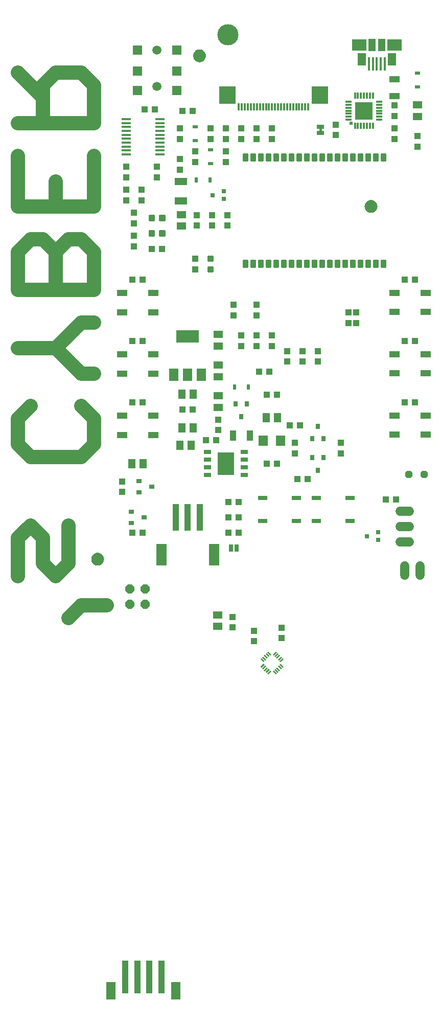
<source format=gbr>
G04 EAGLE Gerber RS-274X export*
G75*
%MOMM*%
%FSLAX34Y34*%
%LPD*%
%INSoldermask Bottom*%
%IPPOS*%
%AMOC8*
5,1,8,0,0,1.08239X$1,22.5*%
G01*
%ADD10C,3.500000*%
%ADD11C,2.387600*%
%ADD12R,1.050000X0.400000*%
%ADD13R,0.500000X0.500000*%
%ADD14R,3.000000X3.000000*%
%ADD15R,0.400000X1.050000*%
%ADD16R,1.150000X2.100000*%
%ADD17R,0.450000X2.300000*%
%ADD18R,2.375000X1.900000*%
%ADD19R,1.475000X2.100000*%
%ADD20R,1.500000X1.300000*%
%ADD21R,1.800000X1.000000*%
%ADD22R,0.830000X0.630000*%
%ADD23R,0.800000X0.900000*%
%ADD24R,1.100000X1.000000*%
%ADD25R,1.000000X1.100000*%
%ADD26R,0.700000X0.700000*%
%ADD27R,0.630000X0.830000*%
%ADD28R,1.300000X1.500000*%
%ADD29R,2.700000X3.000000*%
%ADD30R,0.300000X1.200000*%
%ADD31R,2.000000X1.200000*%
%ADD32R,1.500000X2.000000*%
%ADD33R,3.800000X2.000000*%
%ADD34C,0.300000*%
%ADD35R,1.651000X1.000000*%
%ADD36R,0.900000X0.800000*%
%ADD37R,1.000000X1.800000*%
%ADD38R,1.000000X4.500000*%
%ADD39R,1.700000X3.600000*%
%ADD40R,1.524000X0.762000*%
%ADD41R,1.270000X0.760000*%
%ADD42R,2.700000X3.700000*%
%ADD43R,0.635000X1.270000*%
%ADD44R,0.254000X0.711200*%
%ADD45R,1.600000X1.803000*%
%ADD46C,0.465000*%
%ADD47R,1.600000X0.300000*%
%ADD48C,1.500000*%
%ADD49R,1.500000X1.500000*%
%ADD50R,1.270000X0.635000*%
%ADD51C,1.524000*%
%ADD52P,1.319650X8X22.500000*%
%ADD53P,1.649562X8X292.500000*%
%ADD54R,1.000000X5.500000*%
%ADD55R,1.600000X3.000000*%

G36*
X444872Y1645120D02*
X444872Y1645120D01*
X444915Y1645132D01*
X444981Y1645139D01*
X446664Y1645590D01*
X446705Y1645609D01*
X446768Y1645628D01*
X448348Y1646365D01*
X448385Y1646391D01*
X448444Y1646420D01*
X449872Y1647420D01*
X449903Y1647452D01*
X449956Y1647491D01*
X451189Y1648724D01*
X451214Y1648760D01*
X451260Y1648808D01*
X452260Y1650236D01*
X452278Y1650277D01*
X452315Y1650332D01*
X453052Y1651912D01*
X453063Y1651955D01*
X453090Y1652016D01*
X453541Y1653699D01*
X453543Y1653730D01*
X453550Y1653752D01*
X453550Y1653767D01*
X453560Y1653808D01*
X453712Y1655545D01*
X453708Y1655589D01*
X453712Y1655655D01*
X453560Y1657392D01*
X453548Y1657435D01*
X453541Y1657501D01*
X453090Y1659184D01*
X453071Y1659225D01*
X453052Y1659288D01*
X452315Y1660868D01*
X452289Y1660905D01*
X452260Y1660964D01*
X451260Y1662392D01*
X451228Y1662423D01*
X451189Y1662476D01*
X449956Y1663709D01*
X449920Y1663734D01*
X449872Y1663780D01*
X448444Y1664780D01*
X448403Y1664798D01*
X448348Y1664835D01*
X446768Y1665572D01*
X446725Y1665583D01*
X446664Y1665610D01*
X444981Y1666061D01*
X444936Y1666064D01*
X444872Y1666080D01*
X443135Y1666232D01*
X443091Y1666228D01*
X443025Y1666232D01*
X441288Y1666080D01*
X441245Y1666068D01*
X441179Y1666061D01*
X439496Y1665610D01*
X439455Y1665591D01*
X439392Y1665572D01*
X437812Y1664835D01*
X437775Y1664809D01*
X437716Y1664780D01*
X436288Y1663780D01*
X436257Y1663748D01*
X436204Y1663709D01*
X434971Y1662476D01*
X434946Y1662440D01*
X434900Y1662392D01*
X433900Y1660964D01*
X433882Y1660923D01*
X433845Y1660868D01*
X433108Y1659288D01*
X433097Y1659245D01*
X433070Y1659184D01*
X432619Y1657501D01*
X432616Y1657456D01*
X432600Y1657392D01*
X432448Y1655655D01*
X432452Y1655611D01*
X432448Y1655545D01*
X432600Y1653808D01*
X432612Y1653765D01*
X432616Y1653731D01*
X432616Y1653715D01*
X432618Y1653710D01*
X432619Y1653699D01*
X433070Y1652016D01*
X433089Y1651975D01*
X433108Y1651912D01*
X433845Y1650332D01*
X433871Y1650295D01*
X433900Y1650236D01*
X434900Y1648808D01*
X434932Y1648777D01*
X434971Y1648724D01*
X436204Y1647491D01*
X436240Y1647466D01*
X436288Y1647420D01*
X437716Y1646420D01*
X437757Y1646402D01*
X437812Y1646365D01*
X439392Y1645628D01*
X439435Y1645617D01*
X439496Y1645590D01*
X441179Y1645139D01*
X441224Y1645136D01*
X441288Y1645120D01*
X443025Y1644968D01*
X443069Y1644972D01*
X443135Y1644968D01*
X444872Y1645120D01*
G37*
G36*
X729102Y1395610D02*
X729102Y1395610D01*
X729145Y1395622D01*
X729211Y1395629D01*
X730894Y1396080D01*
X730935Y1396099D01*
X730998Y1396118D01*
X732578Y1396855D01*
X732615Y1396881D01*
X732674Y1396910D01*
X734102Y1397910D01*
X734133Y1397942D01*
X734186Y1397981D01*
X735419Y1399214D01*
X735444Y1399250D01*
X735490Y1399298D01*
X736490Y1400726D01*
X736508Y1400767D01*
X736545Y1400822D01*
X737282Y1402402D01*
X737293Y1402445D01*
X737320Y1402506D01*
X737771Y1404189D01*
X737773Y1404220D01*
X737780Y1404242D01*
X737780Y1404257D01*
X737790Y1404298D01*
X737942Y1406035D01*
X737938Y1406079D01*
X737942Y1406145D01*
X737790Y1407882D01*
X737778Y1407925D01*
X737771Y1407991D01*
X737320Y1409674D01*
X737301Y1409715D01*
X737282Y1409778D01*
X736545Y1411358D01*
X736519Y1411395D01*
X736490Y1411454D01*
X735490Y1412882D01*
X735458Y1412913D01*
X735419Y1412966D01*
X734186Y1414199D01*
X734150Y1414224D01*
X734102Y1414270D01*
X732674Y1415270D01*
X732633Y1415288D01*
X732578Y1415325D01*
X730998Y1416062D01*
X730955Y1416073D01*
X730894Y1416100D01*
X729211Y1416551D01*
X729166Y1416554D01*
X729102Y1416570D01*
X727365Y1416722D01*
X727321Y1416718D01*
X727255Y1416722D01*
X725518Y1416570D01*
X725475Y1416558D01*
X725409Y1416551D01*
X723726Y1416100D01*
X723685Y1416081D01*
X723622Y1416062D01*
X722042Y1415325D01*
X722005Y1415299D01*
X721946Y1415270D01*
X720518Y1414270D01*
X720487Y1414238D01*
X720434Y1414199D01*
X719201Y1412966D01*
X719176Y1412930D01*
X719130Y1412882D01*
X718130Y1411454D01*
X718112Y1411413D01*
X718075Y1411358D01*
X717338Y1409778D01*
X717327Y1409735D01*
X717300Y1409674D01*
X716849Y1407991D01*
X716846Y1407946D01*
X716830Y1407882D01*
X716678Y1406145D01*
X716682Y1406101D01*
X716678Y1406035D01*
X716830Y1404298D01*
X716842Y1404255D01*
X716846Y1404221D01*
X716846Y1404205D01*
X716848Y1404200D01*
X716849Y1404189D01*
X717300Y1402506D01*
X717319Y1402465D01*
X717338Y1402402D01*
X718075Y1400822D01*
X718101Y1400785D01*
X718130Y1400726D01*
X719130Y1399298D01*
X719162Y1399267D01*
X719201Y1399214D01*
X720434Y1397981D01*
X720470Y1397956D01*
X720518Y1397910D01*
X721946Y1396910D01*
X721987Y1396892D01*
X722042Y1396855D01*
X723622Y1396118D01*
X723665Y1396107D01*
X723726Y1396080D01*
X725409Y1395629D01*
X725454Y1395626D01*
X725518Y1395610D01*
X727255Y1395458D01*
X727299Y1395462D01*
X727365Y1395458D01*
X729102Y1395610D01*
G37*
G36*
X276172Y811420D02*
X276172Y811420D01*
X276215Y811432D01*
X276281Y811439D01*
X277964Y811890D01*
X278005Y811909D01*
X278068Y811928D01*
X279648Y812665D01*
X279685Y812691D01*
X279744Y812720D01*
X281172Y813720D01*
X281203Y813752D01*
X281256Y813791D01*
X282489Y815024D01*
X282514Y815060D01*
X282560Y815108D01*
X283560Y816536D01*
X283578Y816577D01*
X283615Y816632D01*
X284352Y818212D01*
X284363Y818255D01*
X284390Y818316D01*
X284841Y819999D01*
X284843Y820030D01*
X284850Y820052D01*
X284850Y820067D01*
X284860Y820108D01*
X285012Y821845D01*
X285008Y821889D01*
X285012Y821955D01*
X284860Y823692D01*
X284848Y823735D01*
X284841Y823801D01*
X284390Y825484D01*
X284371Y825525D01*
X284352Y825588D01*
X283615Y827168D01*
X283589Y827205D01*
X283560Y827264D01*
X282560Y828692D01*
X282528Y828723D01*
X282489Y828776D01*
X281256Y830009D01*
X281220Y830034D01*
X281172Y830080D01*
X279744Y831080D01*
X279703Y831098D01*
X279648Y831135D01*
X278068Y831872D01*
X278025Y831883D01*
X277964Y831910D01*
X276281Y832361D01*
X276236Y832364D01*
X276172Y832380D01*
X274435Y832532D01*
X274391Y832528D01*
X274325Y832532D01*
X272588Y832380D01*
X272545Y832368D01*
X272479Y832361D01*
X270796Y831910D01*
X270755Y831891D01*
X270692Y831872D01*
X269112Y831135D01*
X269075Y831109D01*
X269016Y831080D01*
X267588Y830080D01*
X267557Y830048D01*
X267504Y830009D01*
X266271Y828776D01*
X266246Y828740D01*
X266200Y828692D01*
X265200Y827264D01*
X265182Y827223D01*
X265145Y827168D01*
X264408Y825588D01*
X264397Y825545D01*
X264370Y825484D01*
X263919Y823801D01*
X263916Y823756D01*
X263900Y823692D01*
X263748Y821955D01*
X263752Y821911D01*
X263748Y821845D01*
X263900Y820108D01*
X263912Y820065D01*
X263916Y820031D01*
X263916Y820015D01*
X263918Y820010D01*
X263919Y819999D01*
X264370Y818316D01*
X264389Y818275D01*
X264408Y818212D01*
X265145Y816632D01*
X265171Y816595D01*
X265200Y816536D01*
X266200Y815108D01*
X266232Y815077D01*
X266271Y815024D01*
X267504Y813791D01*
X267540Y813766D01*
X267588Y813720D01*
X269016Y812720D01*
X269057Y812702D01*
X269112Y812665D01*
X270692Y811928D01*
X270735Y811917D01*
X270796Y811890D01*
X272479Y811439D01*
X272524Y811436D01*
X272588Y811420D01*
X274325Y811268D01*
X274369Y811272D01*
X274435Y811268D01*
X276172Y811420D01*
G37*
G36*
X645185Y1530382D02*
X645185Y1530382D01*
X645251Y1530384D01*
X645294Y1530402D01*
X645341Y1530410D01*
X645398Y1530444D01*
X645458Y1530469D01*
X645493Y1530500D01*
X645534Y1530525D01*
X645576Y1530576D01*
X645624Y1530620D01*
X645646Y1530662D01*
X645675Y1530699D01*
X645696Y1530761D01*
X645727Y1530820D01*
X645735Y1530874D01*
X645747Y1530911D01*
X645746Y1530951D01*
X645754Y1531005D01*
X645754Y1534815D01*
X645743Y1534880D01*
X645741Y1534946D01*
X645723Y1534989D01*
X645715Y1535036D01*
X645681Y1535093D01*
X645656Y1535153D01*
X645625Y1535188D01*
X645600Y1535229D01*
X645549Y1535271D01*
X645505Y1535319D01*
X645463Y1535341D01*
X645426Y1535370D01*
X645364Y1535391D01*
X645305Y1535422D01*
X645251Y1535430D01*
X645214Y1535442D01*
X645174Y1535441D01*
X645120Y1535449D01*
X642580Y1535449D01*
X642515Y1535438D01*
X642449Y1535436D01*
X642406Y1535418D01*
X642359Y1535410D01*
X642302Y1535376D01*
X642242Y1535351D01*
X642207Y1535320D01*
X642166Y1535295D01*
X642125Y1535244D01*
X642076Y1535200D01*
X642054Y1535158D01*
X642025Y1535121D01*
X642004Y1535059D01*
X641973Y1535000D01*
X641965Y1534946D01*
X641953Y1534909D01*
X641953Y1534905D01*
X641953Y1534904D01*
X641954Y1534869D01*
X641946Y1534815D01*
X641946Y1531005D01*
X641957Y1530940D01*
X641959Y1530874D01*
X641977Y1530831D01*
X641985Y1530784D01*
X642019Y1530727D01*
X642044Y1530667D01*
X642075Y1530632D01*
X642100Y1530591D01*
X642151Y1530550D01*
X642195Y1530501D01*
X642237Y1530479D01*
X642274Y1530450D01*
X642336Y1530429D01*
X642395Y1530398D01*
X642449Y1530390D01*
X642486Y1530378D01*
X642526Y1530379D01*
X642580Y1530371D01*
X645120Y1530371D01*
X645185Y1530382D01*
G37*
D10*
X490000Y1690000D03*
D11*
X247131Y1075502D02*
X268170Y1054464D01*
X268170Y1012386D01*
X247131Y991348D01*
X162977Y991348D01*
X141938Y1012386D01*
X141938Y1054464D01*
X162977Y1075502D01*
X247131Y1129466D02*
X268170Y1129466D01*
X247131Y1129466D02*
X205054Y1171543D01*
X247131Y1213620D01*
X268170Y1213620D01*
X205054Y1171543D02*
X141938Y1171543D01*
X141938Y1267584D02*
X268170Y1267584D01*
X268170Y1330700D01*
X247131Y1351738D01*
X226093Y1351738D01*
X205054Y1330700D01*
X184015Y1351738D01*
X162977Y1351738D01*
X141938Y1330700D01*
X141938Y1267584D01*
X205054Y1267584D02*
X205054Y1330700D01*
X268170Y1405702D02*
X268170Y1489856D01*
X268170Y1405702D02*
X141938Y1405702D01*
X141938Y1489856D01*
X205054Y1447779D02*
X205054Y1405702D01*
X141938Y1543820D02*
X268170Y1543820D01*
X268170Y1606936D01*
X247131Y1627974D01*
X205054Y1627974D01*
X184015Y1606936D01*
X184015Y1543820D01*
X184015Y1585897D02*
X141938Y1627974D01*
X247131Y745800D02*
X289209Y745800D01*
X247131Y745800D02*
X226093Y724761D01*
X141938Y793820D02*
X141938Y856936D01*
X162977Y877975D01*
X184015Y856936D01*
X184015Y814859D01*
X205054Y793820D01*
X226093Y814859D01*
X226093Y877975D01*
D12*
X690370Y1549680D03*
D13*
X694595Y1543655D03*
D12*
X690370Y1554680D03*
D14*
X715620Y1564680D03*
D12*
X690370Y1559680D03*
X690370Y1564680D03*
X690370Y1569680D03*
X690370Y1574680D03*
X690370Y1579680D03*
D15*
X730620Y1539430D03*
X725620Y1539430D03*
X720620Y1539430D03*
X715620Y1539430D03*
X710620Y1539430D03*
X705620Y1539430D03*
X700620Y1539430D03*
X700620Y1589930D03*
X705620Y1589930D03*
X710620Y1589930D03*
X715620Y1589930D03*
X720620Y1589930D03*
X725620Y1589930D03*
X730620Y1589930D03*
D12*
X740870Y1579680D03*
X740870Y1574680D03*
X740870Y1569680D03*
X740870Y1564680D03*
X740870Y1559680D03*
X740870Y1554680D03*
X740870Y1549680D03*
D16*
X729170Y1673080D03*
X744670Y1673080D03*
D17*
X723920Y1642080D03*
X730420Y1642080D03*
X736920Y1642080D03*
X743420Y1642080D03*
X749920Y1642080D03*
D18*
X707420Y1673080D03*
D19*
X711920Y1650080D03*
X761920Y1650080D03*
D18*
X766420Y1673080D03*
D20*
X804520Y1574180D03*
X804520Y1555180D03*
D21*
X766420Y1616780D03*
X766420Y1588780D03*
D22*
X804520Y1603980D03*
X804520Y1626980D03*
D23*
X629920Y990480D03*
X648920Y990480D03*
X639420Y969480D03*
X648920Y1021280D03*
X629920Y1021280D03*
X639420Y1042280D03*
D24*
X601320Y1014380D03*
X601320Y997380D03*
X677520Y997380D03*
X677520Y1014380D03*
D25*
X804520Y1522380D03*
X804520Y1505380D03*
X766420Y1535080D03*
X766420Y1518080D03*
D24*
X766420Y1556180D03*
X766420Y1573180D03*
D26*
X483570Y1431480D03*
X483570Y1418480D03*
X465070Y1424980D03*
D22*
X436220Y1538080D03*
X436220Y1515080D03*
X461620Y1476980D03*
X461620Y1499980D03*
D27*
X460420Y1450380D03*
X437420Y1450380D03*
D24*
X414720Y1070180D03*
X431720Y1070180D03*
D28*
X413720Y1095580D03*
X432720Y1095580D03*
D20*
X474020Y1092380D03*
X474020Y1073380D03*
D25*
X474020Y1053280D03*
X474020Y1036280D03*
D24*
X470920Y1018880D03*
X453920Y1018880D03*
D20*
X474020Y1143180D03*
X474020Y1124180D03*
X474020Y1193980D03*
X474020Y1174980D03*
D29*
X642620Y1590880D03*
X489020Y1590880D03*
D30*
X508320Y1571080D03*
X513320Y1571080D03*
X518320Y1571080D03*
X523320Y1571080D03*
X528320Y1571080D03*
X533320Y1571080D03*
X538320Y1571080D03*
X543320Y1571080D03*
X548320Y1571080D03*
X553320Y1571080D03*
X558320Y1571080D03*
X563320Y1571080D03*
X568320Y1571080D03*
X573320Y1571080D03*
X578320Y1571080D03*
X583320Y1571080D03*
X588320Y1571080D03*
X593320Y1571080D03*
X598320Y1571080D03*
X603320Y1571080D03*
X608320Y1571080D03*
X613320Y1571080D03*
X618320Y1571080D03*
X623320Y1571080D03*
D25*
X461620Y1518080D03*
X461620Y1535080D03*
X487020Y1479980D03*
X487020Y1496980D03*
X410820Y1467280D03*
X410820Y1484280D03*
D24*
X563220Y1535080D03*
X563220Y1518080D03*
D25*
X537820Y1518080D03*
X537820Y1535080D03*
X512420Y1518080D03*
X512420Y1535080D03*
X487020Y1518080D03*
X487020Y1535080D03*
X410820Y1518080D03*
X410820Y1535080D03*
X436220Y1479980D03*
X436220Y1496980D03*
X489420Y1391380D03*
X489420Y1374380D03*
D31*
X411920Y1415580D03*
X411920Y1447580D03*
D20*
X413220Y1392380D03*
X413220Y1373380D03*
D32*
X446220Y1127580D03*
X423220Y1127580D03*
X400220Y1127580D03*
D33*
X423220Y1190580D03*
D25*
X605520Y955080D03*
X622520Y955080D03*
X702920Y1213280D03*
X702920Y1230280D03*
X690220Y1213280D03*
X690220Y1230280D03*
X609820Y1043980D03*
X592820Y1043980D03*
D34*
X384990Y1383380D02*
X384990Y1390380D01*
X384990Y1383380D02*
X377990Y1383380D01*
X377990Y1390380D01*
X384990Y1390380D01*
X384990Y1386230D02*
X377990Y1386230D01*
X377990Y1389080D02*
X384990Y1389080D01*
X367450Y1390380D02*
X367450Y1383380D01*
X360450Y1383380D01*
X360450Y1390380D01*
X367450Y1390380D01*
X367450Y1386230D02*
X360450Y1386230D01*
X360450Y1389080D02*
X367450Y1389080D01*
X384990Y1364980D02*
X384990Y1357980D01*
X377990Y1357980D01*
X377990Y1364980D01*
X384990Y1364980D01*
X384990Y1360830D02*
X377990Y1360830D01*
X377990Y1363680D02*
X384990Y1363680D01*
X367450Y1364980D02*
X367450Y1357980D01*
X360450Y1357980D01*
X360450Y1364980D01*
X367450Y1364980D01*
X367450Y1360830D02*
X360450Y1360830D01*
X360450Y1363680D02*
X367450Y1363680D01*
X458120Y1322950D02*
X465120Y1322950D01*
X465120Y1315950D01*
X458120Y1315950D01*
X458120Y1322950D01*
X458120Y1318800D02*
X465120Y1318800D01*
X465120Y1321650D02*
X458120Y1321650D01*
X458120Y1305410D02*
X465120Y1305410D01*
X465120Y1298410D01*
X458120Y1298410D01*
X458120Y1305410D01*
X458120Y1301260D02*
X465120Y1301260D01*
X465120Y1304110D02*
X458120Y1304110D01*
D24*
X436220Y1302180D03*
X436220Y1319180D03*
X334620Y1395380D03*
X334620Y1378380D03*
X334620Y1340280D03*
X334620Y1357280D03*
D28*
X413720Y1039380D03*
X432720Y1039380D03*
D35*
X366290Y1059780D03*
X314750Y1059780D03*
X314750Y1027780D03*
X366290Y1027780D03*
X366290Y1161380D03*
X314750Y1161380D03*
X314750Y1129380D03*
X366290Y1129380D03*
X366290Y1262980D03*
X314750Y1262980D03*
X314750Y1230980D03*
X366290Y1230980D03*
X817590Y1059980D03*
X766050Y1059980D03*
X766050Y1027980D03*
X817590Y1027980D03*
X817590Y1263180D03*
X766050Y1263180D03*
X766050Y1231180D03*
X817590Y1231180D03*
D36*
X330520Y881880D03*
X330520Y900880D03*
X351520Y891380D03*
D25*
X349020Y865980D03*
X332020Y865980D03*
D24*
X315120Y933680D03*
X315120Y950680D03*
X332020Y1183480D03*
X349020Y1183480D03*
X332020Y1285080D03*
X349020Y1285080D03*
X783320Y1082080D03*
X800320Y1082080D03*
X783320Y1285280D03*
X800320Y1285280D03*
X332020Y1081880D03*
X349020Y1081880D03*
D37*
X498420Y1026280D03*
X526420Y1026280D03*
D25*
X491220Y891580D03*
X508220Y891580D03*
X571720Y980480D03*
X554720Y980480D03*
D38*
X403520Y891580D03*
X423520Y891580D03*
X443520Y891580D03*
D39*
X380020Y829080D03*
X467020Y829080D03*
X380020Y829080D03*
D24*
X571720Y1094780D03*
X554720Y1094780D03*
D23*
X502920Y1079380D03*
X521920Y1079380D03*
X512420Y1058380D03*
D25*
X559020Y1132880D03*
X542020Y1132880D03*
D24*
X512420Y1192180D03*
X512420Y1175180D03*
X537820Y1175180D03*
X537820Y1192180D03*
D27*
X523920Y1107480D03*
X500920Y1107480D03*
D25*
X563220Y1192180D03*
X563220Y1175180D03*
D24*
X639120Y1166680D03*
X639120Y1149680D03*
X613720Y1149680D03*
X613720Y1166680D03*
D25*
X588320Y1166680D03*
X588320Y1149680D03*
X497620Y708980D03*
X497620Y725980D03*
D24*
X499720Y1242980D03*
X499720Y1225980D03*
X537820Y1242980D03*
X537820Y1225980D03*
D40*
X547980Y885230D03*
X603860Y885230D03*
X547980Y923330D03*
X603860Y923330D03*
X636880Y885230D03*
X692760Y885230D03*
X636880Y923330D03*
X692760Y923330D03*
D35*
X817590Y1161580D03*
X766050Y1161580D03*
X766050Y1129580D03*
X817590Y1129580D03*
D24*
X783320Y1183680D03*
X800320Y1183680D03*
D28*
X350020Y980280D03*
X331020Y980280D03*
X553720Y1056680D03*
X572720Y1056680D03*
X429320Y1010880D03*
X410320Y1010880D03*
D36*
X343220Y932680D03*
X343220Y951680D03*
X364220Y942180D03*
D20*
X473320Y710480D03*
X473320Y729480D03*
D41*
X517370Y974130D03*
X517370Y961430D03*
X517370Y986830D03*
X517370Y999530D03*
X456670Y974130D03*
X456670Y961430D03*
X456670Y986830D03*
X456670Y999530D03*
D42*
X487020Y980480D03*
D25*
X508220Y866180D03*
X491220Y866180D03*
D43*
X495220Y840780D03*
X504220Y840780D03*
D25*
X491220Y916980D03*
X508220Y916980D03*
D44*
G36*
X566274Y662673D02*
X564478Y664469D01*
X569506Y669497D01*
X571302Y667701D01*
X566274Y662673D01*
G37*
G36*
X568968Y659979D02*
X567172Y661775D01*
X572200Y666803D01*
X573996Y665007D01*
X568968Y659979D01*
G37*
G36*
X571842Y657105D02*
X570046Y658901D01*
X575074Y663929D01*
X576870Y662133D01*
X571842Y657105D01*
G37*
G36*
X574715Y654232D02*
X572919Y656028D01*
X577947Y661056D01*
X579743Y659260D01*
X574715Y654232D01*
G37*
G36*
X577409Y651538D02*
X575613Y653334D01*
X580641Y658362D01*
X582437Y656566D01*
X577409Y651538D01*
G37*
G36*
X582437Y643994D02*
X580641Y642198D01*
X575613Y647226D01*
X577409Y649022D01*
X582437Y643994D01*
G37*
G36*
X579743Y641300D02*
X577947Y639504D01*
X572919Y644532D01*
X574715Y646328D01*
X579743Y641300D01*
G37*
G36*
X576870Y638427D02*
X575074Y636631D01*
X570046Y641659D01*
X571842Y643455D01*
X576870Y638427D01*
G37*
G36*
X573996Y635553D02*
X572200Y633757D01*
X567172Y638785D01*
X568968Y640581D01*
X573996Y635553D01*
G37*
G36*
X571302Y632859D02*
X569506Y631063D01*
X564478Y636091D01*
X566274Y637887D01*
X571302Y632859D01*
G37*
G36*
X556934Y631063D02*
X555138Y632859D01*
X560166Y637887D01*
X561962Y636091D01*
X556934Y631063D01*
G37*
G36*
X554240Y633757D02*
X552444Y635553D01*
X557472Y640581D01*
X559268Y638785D01*
X554240Y633757D01*
G37*
G36*
X551367Y636631D02*
X549571Y638427D01*
X554599Y643455D01*
X556395Y641659D01*
X551367Y636631D01*
G37*
G36*
X548493Y639504D02*
X546697Y641300D01*
X551725Y646328D01*
X553521Y644532D01*
X548493Y639504D01*
G37*
G36*
X545799Y642198D02*
X544003Y643994D01*
X549031Y649022D01*
X550827Y647226D01*
X545799Y642198D01*
G37*
G36*
X550827Y653334D02*
X549031Y651538D01*
X544003Y656566D01*
X545799Y658362D01*
X550827Y653334D01*
G37*
G36*
X553521Y656028D02*
X551725Y654232D01*
X546697Y659260D01*
X548493Y661056D01*
X553521Y656028D01*
G37*
G36*
X556395Y658901D02*
X554599Y657105D01*
X549571Y662133D01*
X551367Y663929D01*
X556395Y658901D01*
G37*
G36*
X559268Y661775D02*
X557472Y659979D01*
X552444Y665007D01*
X554240Y666803D01*
X559268Y661775D01*
G37*
G36*
X561962Y664469D02*
X560166Y662673D01*
X555138Y667701D01*
X556934Y669497D01*
X561962Y664469D01*
G37*
D45*
X549000Y1018580D03*
X577440Y1018580D03*
D25*
X578920Y691680D03*
X578920Y708680D03*
D24*
X533120Y703180D03*
X533120Y686180D03*
D25*
X381220Y1336080D03*
X364220Y1336080D03*
D24*
X432020Y1564680D03*
X415020Y1564680D03*
D25*
X464020Y1391380D03*
X464020Y1374380D03*
D46*
X749745Y1316405D02*
X749745Y1306555D01*
X745095Y1306555D01*
X745095Y1316405D01*
X749745Y1316405D01*
X749745Y1310972D02*
X745095Y1310972D01*
X745095Y1315389D02*
X749745Y1315389D01*
X737045Y1316405D02*
X737045Y1306555D01*
X732395Y1306555D01*
X732395Y1316405D01*
X737045Y1316405D01*
X737045Y1310972D02*
X732395Y1310972D01*
X732395Y1315389D02*
X737045Y1315389D01*
X724345Y1316405D02*
X724345Y1306555D01*
X719695Y1306555D01*
X719695Y1316405D01*
X724345Y1316405D01*
X724345Y1310972D02*
X719695Y1310972D01*
X719695Y1315389D02*
X724345Y1315389D01*
X711645Y1316405D02*
X711645Y1306555D01*
X706995Y1306555D01*
X706995Y1316405D01*
X711645Y1316405D01*
X711645Y1310972D02*
X706995Y1310972D01*
X706995Y1315389D02*
X711645Y1315389D01*
X698945Y1316405D02*
X698945Y1306555D01*
X694295Y1306555D01*
X694295Y1316405D01*
X698945Y1316405D01*
X698945Y1310972D02*
X694295Y1310972D01*
X694295Y1315389D02*
X698945Y1315389D01*
X686245Y1316405D02*
X686245Y1306555D01*
X681595Y1306555D01*
X681595Y1316405D01*
X686245Y1316405D01*
X686245Y1310972D02*
X681595Y1310972D01*
X681595Y1315389D02*
X686245Y1315389D01*
X673545Y1316405D02*
X673545Y1306555D01*
X668895Y1306555D01*
X668895Y1316405D01*
X673545Y1316405D01*
X673545Y1310972D02*
X668895Y1310972D01*
X668895Y1315389D02*
X673545Y1315389D01*
X660845Y1316405D02*
X660845Y1306555D01*
X656195Y1306555D01*
X656195Y1316405D01*
X660845Y1316405D01*
X660845Y1310972D02*
X656195Y1310972D01*
X656195Y1315389D02*
X660845Y1315389D01*
X648145Y1316405D02*
X648145Y1306555D01*
X643495Y1306555D01*
X643495Y1316405D01*
X648145Y1316405D01*
X648145Y1310972D02*
X643495Y1310972D01*
X643495Y1315389D02*
X648145Y1315389D01*
X635445Y1316405D02*
X635445Y1306555D01*
X630795Y1306555D01*
X630795Y1316405D01*
X635445Y1316405D01*
X635445Y1310972D02*
X630795Y1310972D01*
X630795Y1315389D02*
X635445Y1315389D01*
X622745Y1316405D02*
X622745Y1306555D01*
X618095Y1306555D01*
X618095Y1316405D01*
X622745Y1316405D01*
X622745Y1310972D02*
X618095Y1310972D01*
X618095Y1315389D02*
X622745Y1315389D01*
X610045Y1316405D02*
X610045Y1306555D01*
X605395Y1306555D01*
X605395Y1316405D01*
X610045Y1316405D01*
X610045Y1310972D02*
X605395Y1310972D01*
X605395Y1315389D02*
X610045Y1315389D01*
X597345Y1316405D02*
X597345Y1306555D01*
X592695Y1306555D01*
X592695Y1316405D01*
X597345Y1316405D01*
X597345Y1310972D02*
X592695Y1310972D01*
X592695Y1315389D02*
X597345Y1315389D01*
X584645Y1316405D02*
X584645Y1306555D01*
X579995Y1306555D01*
X579995Y1316405D01*
X584645Y1316405D01*
X584645Y1310972D02*
X579995Y1310972D01*
X579995Y1315389D02*
X584645Y1315389D01*
X571945Y1316405D02*
X571945Y1306555D01*
X567295Y1306555D01*
X567295Y1316405D01*
X571945Y1316405D01*
X571945Y1310972D02*
X567295Y1310972D01*
X567295Y1315389D02*
X571945Y1315389D01*
X559245Y1316405D02*
X559245Y1306555D01*
X554595Y1306555D01*
X554595Y1316405D01*
X559245Y1316405D01*
X559245Y1310972D02*
X554595Y1310972D01*
X554595Y1315389D02*
X559245Y1315389D01*
X546545Y1316405D02*
X546545Y1306555D01*
X541895Y1306555D01*
X541895Y1316405D01*
X546545Y1316405D01*
X546545Y1310972D02*
X541895Y1310972D01*
X541895Y1315389D02*
X546545Y1315389D01*
X533845Y1316405D02*
X533845Y1306555D01*
X529195Y1306555D01*
X529195Y1316405D01*
X533845Y1316405D01*
X533845Y1310972D02*
X529195Y1310972D01*
X529195Y1315389D02*
X533845Y1315389D01*
X521145Y1316405D02*
X521145Y1306555D01*
X516495Y1306555D01*
X516495Y1316405D01*
X521145Y1316405D01*
X521145Y1310972D02*
X516495Y1310972D01*
X516495Y1315389D02*
X521145Y1315389D01*
X516495Y1482755D02*
X516495Y1492605D01*
X521145Y1492605D01*
X521145Y1482755D01*
X516495Y1482755D01*
X516495Y1487172D02*
X521145Y1487172D01*
X521145Y1491589D02*
X516495Y1491589D01*
X529195Y1492605D02*
X529195Y1482755D01*
X529195Y1492605D02*
X533845Y1492605D01*
X533845Y1482755D01*
X529195Y1482755D01*
X529195Y1487172D02*
X533845Y1487172D01*
X533845Y1491589D02*
X529195Y1491589D01*
X541895Y1492605D02*
X541895Y1482755D01*
X541895Y1492605D02*
X546545Y1492605D01*
X546545Y1482755D01*
X541895Y1482755D01*
X541895Y1487172D02*
X546545Y1487172D01*
X546545Y1491589D02*
X541895Y1491589D01*
X554595Y1492605D02*
X554595Y1482755D01*
X554595Y1492605D02*
X559245Y1492605D01*
X559245Y1482755D01*
X554595Y1482755D01*
X554595Y1487172D02*
X559245Y1487172D01*
X559245Y1491589D02*
X554595Y1491589D01*
X567295Y1492605D02*
X567295Y1482755D01*
X567295Y1492605D02*
X571945Y1492605D01*
X571945Y1482755D01*
X567295Y1482755D01*
X567295Y1487172D02*
X571945Y1487172D01*
X571945Y1491589D02*
X567295Y1491589D01*
X579995Y1492605D02*
X579995Y1482755D01*
X579995Y1492605D02*
X584645Y1492605D01*
X584645Y1482755D01*
X579995Y1482755D01*
X579995Y1487172D02*
X584645Y1487172D01*
X584645Y1491589D02*
X579995Y1491589D01*
X592695Y1492605D02*
X592695Y1482755D01*
X592695Y1492605D02*
X597345Y1492605D01*
X597345Y1482755D01*
X592695Y1482755D01*
X592695Y1487172D02*
X597345Y1487172D01*
X597345Y1491589D02*
X592695Y1491589D01*
X605395Y1492605D02*
X605395Y1482755D01*
X605395Y1492605D02*
X610045Y1492605D01*
X610045Y1482755D01*
X605395Y1482755D01*
X605395Y1487172D02*
X610045Y1487172D01*
X610045Y1491589D02*
X605395Y1491589D01*
X618095Y1492605D02*
X618095Y1482755D01*
X618095Y1492605D02*
X622745Y1492605D01*
X622745Y1482755D01*
X618095Y1482755D01*
X618095Y1487172D02*
X622745Y1487172D01*
X622745Y1491589D02*
X618095Y1491589D01*
X630795Y1492605D02*
X630795Y1482755D01*
X630795Y1492605D02*
X635445Y1492605D01*
X635445Y1482755D01*
X630795Y1482755D01*
X630795Y1487172D02*
X635445Y1487172D01*
X635445Y1491589D02*
X630795Y1491589D01*
X643495Y1492605D02*
X643495Y1482755D01*
X643495Y1492605D02*
X648145Y1492605D01*
X648145Y1482755D01*
X643495Y1482755D01*
X643495Y1487172D02*
X648145Y1487172D01*
X648145Y1491589D02*
X643495Y1491589D01*
X656195Y1492605D02*
X656195Y1482755D01*
X656195Y1492605D02*
X660845Y1492605D01*
X660845Y1482755D01*
X656195Y1482755D01*
X656195Y1487172D02*
X660845Y1487172D01*
X660845Y1491589D02*
X656195Y1491589D01*
X668895Y1492605D02*
X668895Y1482755D01*
X668895Y1492605D02*
X673545Y1492605D01*
X673545Y1482755D01*
X668895Y1482755D01*
X668895Y1487172D02*
X673545Y1487172D01*
X673545Y1491589D02*
X668895Y1491589D01*
X681595Y1492605D02*
X681595Y1482755D01*
X681595Y1492605D02*
X686245Y1492605D01*
X686245Y1482755D01*
X681595Y1482755D01*
X681595Y1487172D02*
X686245Y1487172D01*
X686245Y1491589D02*
X681595Y1491589D01*
X694295Y1492605D02*
X694295Y1482755D01*
X694295Y1492605D02*
X698945Y1492605D01*
X698945Y1482755D01*
X694295Y1482755D01*
X694295Y1487172D02*
X698945Y1487172D01*
X698945Y1491589D02*
X694295Y1491589D01*
X706995Y1492605D02*
X706995Y1482755D01*
X706995Y1492605D02*
X711645Y1492605D01*
X711645Y1482755D01*
X706995Y1482755D01*
X706995Y1487172D02*
X711645Y1487172D01*
X711645Y1491589D02*
X706995Y1491589D01*
X719695Y1492605D02*
X719695Y1482755D01*
X719695Y1492605D02*
X724345Y1492605D01*
X724345Y1482755D01*
X719695Y1482755D01*
X719695Y1487172D02*
X724345Y1487172D01*
X724345Y1491589D02*
X719695Y1491589D01*
X732395Y1492605D02*
X732395Y1482755D01*
X732395Y1492605D02*
X737045Y1492605D01*
X737045Y1482755D01*
X732395Y1482755D01*
X732395Y1487172D02*
X737045Y1487172D01*
X737045Y1491589D02*
X732395Y1491589D01*
X745095Y1492605D02*
X745095Y1482755D01*
X745095Y1492605D02*
X749745Y1492605D01*
X749745Y1482755D01*
X745095Y1482755D01*
X745095Y1487172D02*
X749745Y1487172D01*
X749745Y1491589D02*
X745095Y1491589D01*
D47*
X377620Y1550830D03*
X377620Y1544330D03*
X377620Y1537830D03*
X377620Y1531330D03*
X377620Y1524830D03*
X377620Y1518330D03*
X377620Y1511830D03*
X377620Y1505330D03*
X377620Y1498830D03*
X377620Y1492330D03*
X321620Y1492330D03*
X321620Y1498830D03*
X321620Y1505330D03*
X321620Y1511830D03*
X321620Y1518330D03*
X321620Y1524830D03*
X321620Y1531330D03*
X321620Y1537830D03*
X321620Y1544330D03*
X321620Y1550850D03*
D48*
X372720Y1605060D03*
X372720Y1665060D03*
D49*
X405220Y1598060D03*
X340220Y1598060D03*
X405220Y1630060D03*
X340220Y1630260D03*
X405220Y1665060D03*
X340220Y1665060D03*
D25*
X321920Y1454580D03*
X321920Y1471580D03*
X438620Y1374380D03*
X438620Y1391380D03*
D24*
X368820Y1566680D03*
X351820Y1566680D03*
D25*
X372720Y1471580D03*
X372720Y1454580D03*
X321920Y1433480D03*
X321920Y1416480D03*
X347320Y1433480D03*
X347320Y1416480D03*
D50*
X643850Y1527830D03*
X643850Y1537990D03*
D24*
X668580Y1541060D03*
X668580Y1524060D03*
D51*
X775390Y901270D02*
X790630Y901270D01*
X790630Y875870D02*
X775390Y875870D01*
X775390Y850470D02*
X790630Y850470D01*
D52*
X789520Y962010D03*
X814920Y962010D03*
D25*
X751550Y921200D03*
X768550Y921200D03*
D51*
X783040Y810970D02*
X783040Y795730D01*
X808440Y795730D02*
X808440Y810970D01*
D53*
X327300Y772700D03*
X352700Y772700D03*
X327300Y747300D03*
X352700Y747300D03*
D54*
X340000Y130000D03*
X360000Y130000D03*
X320000Y130000D03*
X380000Y130000D03*
D55*
X296000Y107500D03*
X404000Y107500D03*
D26*
X739250Y866500D03*
X739250Y853500D03*
X720750Y860000D03*
M02*

</source>
